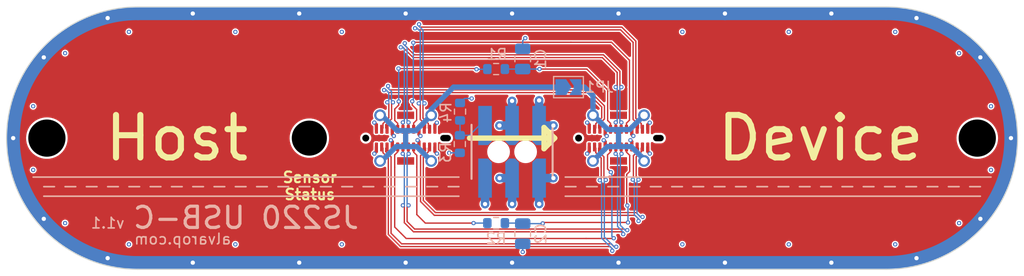
<source format=kicad_pcb>
(kicad_pcb (version 20211014) (generator pcbnew)
  (title_block (title "Joulescope JS220 USB-C") (date "2022-12-21") (rev "1.1") (company "Alvaro Prieto"))
  (layers (0 "F.Cu" signal) (1 "In1.Cu" signal) (2 "In2.Cu" signal) (31 "B.Cu" signal) (34 "B.Paste" user) (35 "F.Paste" user) (36 "B.SilkS" user "B.Silkscreen") (37 "F.SilkS" user "F.Silkscreen") (38 "B.Mask" user) (39 "F.Mask" user) (44 "Edge.Cuts" user))
  (net 0 "")
  (net 1 "/CH_GND")
  (net 2 "GND")
  (net 3 "/VBUS_SRC")
  (net 4 "/VBUS_DEV")
  (net 5 "/RX1+")
  (net 6 "/RX1-")
  (net 7 "/SBU2")
  (net 8 "/B_D-")
  (net 9 "/B_D+")
  (net 10 "/TX2-")
  (net 11 "/TX2+")
  (net 12 "/RX2+")
  (net 13 "/RX2-")
  (net 14 "/SBU1")
  (net 15 "/A_D-")
  (net 16 "/A_D+")
  (net 17 "/TX1-")
  (net 18 "/TX1+")
  (net 19 "/CC1_DEV")
  (net 20 "/CC2_DEV")
  (net 21 "/VBUS_DET")
  (net 22 "/CC1_SRC")
  (net 23 "/CC2_SRC")
  (net 24 "/SHLD_SRC")
  (net 25 "/SHLD_DEV")
  (footprint "Joulescope:MOUNTING_HOLE_3.3MM" (layer "F.Cu") (at 130.95 100)
    (fp_text reference "H3" hide)
    (fp_text value "MountingHole" hide)
  )
  (footprint "alvarop:TYPE-C-31-M-06" (layer "F.Cu") (at 160 100)
    (fp_text reference "J3" hide)
    (fp_text value "USB_C_Receptacle" hide)
  )
  (footprint "Joulescope:MOUNTING_HOLE_3.5_W_KO" (layer "F.Cu") (at 193.71 100)
    (fp_text reference "H2" hide)
    (fp_text value "MountingHole" hide)
  )
  (footprint "alvarop:TYPE-C-31-M-06" (layer "F.Cu") (at 140 100)
    (fp_text reference "J2" hide)
    (fp_text value "USB_C_Receptacle" hide)
  )
  (footprint "Joulescope:MOUNTING_HOLE_3.5_W_KO" (layer "F.Cu") (at 106.29 100)
    (fp_text reference "H1" hide)
    (fp_text value "MountingHole" hide)
  )
  (footprint "Joulescope:TINY_TP" (layer "F.Cu") (at 169.6 89.5)
    (fp_text reference "TP1" hide)
    (fp_text value "Chassis Ground" hide)
  )
  (footprint "Resistor_SMD:R_0603_1608Metric" (layer "B.Cu") (at 148.5 93.5)
    (fp_text reference "R1")
    (fp_text value "10")
  )
  (footprint "Joulescope:SAMTEC_TSM-103-01-S-DV-A" (layer "B.Cu") (at 150 101.29)
    (fp_text reference "J1" hide)
    (fp_text value "JS220" hide)
  )
  (footprint "Capacitor_SMD:C_0805_2012Metric" (layer "B.Cu") (at 151 92.55 90)
    (fp_text reference "C1")
    (fp_text value "10u")
  )
  (footprint "Capacitor_SMD:C_0805_2012Metric" (layer "B.Cu") (at 151 109 -90)
    (fp_text reference "C2")
    (fp_text value "10u")
  )
  (footprint "Resistor_SMD:R_0603_1608Metric" (layer "B.Cu") (at 145.09 100.56 90)
    (fp_text reference "R3")
    (fp_text value "0")
  )
  (footprint "Jumper:SolderJumper-2_P1.3mm_Open_TrianglePad1.0x1.5mm" (layer "B.Cu") (at 155.3 95.2)
    (fp_text reference "JP1")
    (fp_text value "SHLD_JMP")
  )
  (footprint "Resistor_SMD:R_0603_1608Metric" (layer "B.Cu") (at 145.11 97.51 90)
    (fp_text reference "R4")
    (fp_text value "DNP")
  )
  (footprint "Resistor_SMD:R_0603_1608Metric" (layer "B.Cu") (at 148.5 108)
    (fp_text reference "R2")
    (fp_text value "10")
  )
  (gr_line locked (start 163 104.57) (end 164 104.57) (layer "B.SilkS") (width 0.15))
  (gr_line locked (start 193 104.57) (end 194 104.57) (layer "B.SilkS") (width 0.15))
  (gr_line locked (start 116 104.57) (end 117 104.57) (layer "B.SilkS") (width 0.15))
  (gr_line locked (start 138 104.57) (end 139 104.57) (layer "B.SilkS") (width 0.15))
  (gr_line locked (start 136 104.57) (end 137 104.57) (layer "B.SilkS") (width 0.15))
  (gr_line locked (start 169 104.57) (end 170 104.57) (layer "B.SilkS") (width 0.15))
  (gr_line locked (start 159 104.57) (end 160 104.57) (layer "B.SilkS") (width 0.15))
  (gr_line locked (start 118 104.57) (end 119 104.57) (layer "B.SilkS") (width 0.15))
  (gr_line locked (start 167 104.57) (end 168 104.57) (layer "B.SilkS") (width 0.15))
  (gr_line locked (start 134 104.57) (end 135 104.57) (layer "B.SilkS") (width 0.15))
  (gr_line locked (start 161 104.57) (end 162 104.57) (layer "B.SilkS") (width 0.15))
  (gr_line locked (start 128 104.57) (end 129 104.57) (layer "B.SilkS") (width 0.15))
  (gr_line locked (start 106 104.57) (end 107 104.57) (layer "B.SilkS") (width 0.15))
  (gr_line locked (start 126 104.57) (end 127 104.57) (layer "B.SilkS") (width 0.15))
  (gr_line locked (start 189 104.57) (end 190 104.57) (layer "B.SilkS") (width 0.15))
  (gr_line locked (start 110 104.57) (end 111 104.57) (layer "B.SilkS") (width 0.15))
  (gr_line locked (start 108 104.57) (end 109 104.57) (layer "B.SilkS") (width 0.15))
  (gr_line locked (start 191 104.57) (end 192 104.57) (layer "B.SilkS") (width 0.15))
  (gr_line locked (start 165 104.57) (end 166 104.57) (layer "B.SilkS") (width 0.15))
  (gr_line locked (start 155 105.47) (end 194 105.47) (layer "B.SilkS") (width 0.15))
  (gr_line locked (start 122 104.57) (end 123 104.57) (layer "B.SilkS") (width 0.15))
  (gr_line locked (start 105 103.67) (end 145 103.67) (layer "B.SilkS") (width 0.15))
  (gr_line locked (start 120 104.57) (end 121 104.57) (layer "B.SilkS") (width 0.15))
  (gr_line locked (start 142 104.57) (end 143 104.57) (layer "B.SilkS") (width 0.15))
  (gr_line locked (start 173 104.57) (end 174 104.57) (layer "B.SilkS") (width 0.15))
  (gr_line locked (start 175 104.57) (end 176 104.57) (layer "B.SilkS") (width 0.15))
  (gr_line locked (start 179 104.57) (end 180 104.57) (layer "B.SilkS") (width 0.15))
  (gr_line locked (start 185 104.57) (end 186 104.57) (layer "B.SilkS") (width 0.15))
  (gr_line locked (start 155 104.57) (end 156 104.57) (layer "B.SilkS") (width 0.15))
  (gr_line locked (start 124 104.57) (end 125 104.57) (layer "B.SilkS") (width 0.15))
  (gr_line locked (start 181 104.57) (end 182 104.57) (layer "B.SilkS") (width 0.15))
  (gr_line locked (start 155 103.67) (end 195 103.67) (layer "B.SilkS") (width 0.15))
  (gr_line locked (start 114 104.57) (end 115 104.57) (layer "B.SilkS") (width 0.15))
  (gr_line locked (start 177 104.57) (end 178 104.57) (layer "B.SilkS") (width 0.15))
  (gr_line locked (start 140 104.57) (end 141 104.57) (layer "B.SilkS") (width 0.15))
  (gr_line locked (start 132 104.57) (end 133 104.57) (layer "B.SilkS") (width 0.15))
  (gr_line locked (start 112 104.57) (end 113 104.57) (layer "B.SilkS") (width 0.15))
  (gr_line locked (start 187 104.57) (end 188 104.57) (layer "B.SilkS") (width 0.15))
  (gr_line locked (start 183 104.57) (end 184 104.57) (layer "B.SilkS") (width 0.15))
  (gr_line locked (start 130 104.57) (end 131 104.57) (layer "B.SilkS") (width 0.15))
  (gr_line locked (start 171 104.57) (end 172 104.57) (layer "B.SilkS") (width 0.15))
  (gr_line locked (start 145 105.47) (end 106 105.47) (layer "B.SilkS") (width 0.15))
  (gr_line locked (start 144 104.57) (end 145 104.57) (layer "B.SilkS") (width 0.15))
  (gr_line locked (start 157 104.57) (end 158 104.57) (layer "B.SilkS") (width 0.15))
  (gr_line (start 154 100) (end 153 99) (layer "F.SilkS") (width 0.5))
  (gr_line (start 154 100) (end 153 101) (layer "F.SilkS") (width 0.5))
  (gr_line (start 146 100) (end 154 100) (layer "F.SilkS") (width 0.5))
  (gr_line (start 153.5 99.5) (end 153.5 100.5) (layer "F.SilkS") (width 0.5))
  (gr_line (start 153 99) (end 153 101) (layer "F.SilkS") (width 0.5))
  (gr_arc locked (start 185.15 87.65) (mid 197.5 100) (end 185.15 112.35) (layer "Edge.Cuts") (width 0.1))
  (gr_line locked (start 114.85 112.35) (end 185.15 112.35) (layer "Edge.Cuts") (width 0.1))
  (gr_arc locked (start 114.85 112.35) (mid 102.5 100) (end 114.85 87.65) (layer "Edge.Cuts") (width 0.1))
  (gr_line locked (start 185.15 87.65) (end 114.85 87.65) (layer "Edge.Cuts") (width 0.1))
  (gr_text "JS220 USB-C" (at 125 107.5) (layer "B.SilkS") (effects (font (size 2 2) (thickness 0.3)) (justify mirror)))
  (gr_text "alvarop.com" (at 119.05 109.5) (layer "B.SilkS") (effects (font (size 1 1)) (justify mirror)))
  (gr_text "v1.1" (at 112 108) (layer "B.SilkS") (effects (font (size 1 1)) (justify mirror)))
  (gr_text "Device" (at 179 100) (layer "F.SilkS") (effects (font (size 4 4) (thickness 0.571429))))
  (gr_text "Host" (at 118.5 100) (layer "F.SilkS") (effects (font (size 4 4) (thickness 0.571429))))
  (gr_text "Sensor\nStatus" (at 131 104.5) (layer "F.SilkS") (effects (font (size 1 1) (thickness 0.2))))
  (via locked (at 103.125 100) (size 0.8) (drill 0.4) (layers "F.Cu" "B.Cu") (net 1))
  (via locked (at 130 88.275) (size 0.8) (drill 0.4) (layers "F.Cu" "B.Cu") (net 1))
  (via locked (at 180 111.725) (size 0.8) (drill 0.4) (layers "F.Cu" "B.Cu") (net 1))
  (via locked (at 120 88.275) (size 0.8) (drill 0.4) (layers "F.Cu" "B.Cu") (net 1))
  (via locked (at 130 111.725) (size 0.8) (drill 0.4) (layers "F.Cu" "B.Cu") (net 1))
  (via locked (at 188 88.7) (size 0.8) (drill 0.4) (layers "F.Cu" "B.Cu") (net 1))
  (via locked (at 140 88.275) (size 0.8) (drill 0.4) (layers "F.Cu" "B.Cu") (net 1))
  (via locked (at 180 88.275) (size 0.8) (drill 0.4) (layers "F.Cu" "B.Cu") (net 1))
  (via locked (at 112 111.3) (size 0.8) (drill 0.4) (layers "F.Cu" "B.Cu") (net 1))
  (via locked (at 188 111.3) (size 0.8) (drill 0.4) (layers "F.Cu" "B.Cu") (net 1))
  (via locked (at 150 111.725) (size 0.8) (drill 0.4) (layers "F.Cu" "B.Cu") (net 1))
  (via locked (at 170 111.725) (size 0.8) (drill 0.4) (layers "F.Cu" "B.Cu") (net 1))
  (via locked (at 194 92.4) (size 0.8) (drill 0.4) (layers "F.Cu" "B.Cu") (net 1))
  (via locked (at 160 111.725) (size 0.8) (drill 0.4) (layers "F.Cu" "B.Cu") (net 1))
  (via locked (at 196.875 100) (size 0.8) (drill 0.4) (layers "F.Cu" "B.Cu") (net 1))
  (via locked (at 150 88.275) (size 0.8) (drill 0.4) (layers "F.Cu" "B.Cu") (net 1))
  (via locked (at 112 88.7) (size 0.8) (drill 0.4) (layers "F.Cu" "B.Cu") (net 1))
  (via locked (at 120 111.725) (size 0.8) (drill 0.4) (layers "F.Cu" "B.Cu") (net 1))
  (via locked (at 160 88.275) (size 0.8) (drill 0.4) (layers "F.Cu" "B.Cu") (net 1))
  (via locked (at 106 107.6) (size 0.8) (drill 0.4) (layers "F.Cu" "B.Cu") (net 1))
  (via locked (at 194 107.6) (size 0.8) (drill 0.4) (layers "F.Cu" "B.Cu") (net 1))
  (via locked (at 170 88.275) (size 0.8) (drill 0.4) (layers "F.Cu" "B.Cu") (net 1))
  (via locked (at 106 92.4) (size 0.8) (drill 0.4) (layers "F.Cu" "B.Cu") (net 1))
  (via locked (at 140 111.725) (size 0.8) (drill 0.4) (layers "F.Cu" "B.Cu") (net 1))
  (segment locked (start 120 111.725) (end 114.85 111.725) (width 1.24) (layer "B.Cu") (net 1))
  (segment locked (start 130 88.275) (end 120 88.275) (width 1.24) (layer "B.Cu") (net 1))
  (segment locked (start 160 111.725) (end 140 111.725) (width 1.24) (layer "B.Cu") (net 1))
  (segment locked (start 120 88.275) (end 114.85 88.275) (width 1.24) (layer "B.Cu") (net 1))
  (segment locked (start 170 111.725) (end 160 111.725) (width 1.24) (layer "B.Cu") (net 1))
  (segment locked (start 140 88.275) (end 130 88.275) (width 1.24) (layer "B.Cu") (net 1))
  (segment locked (start 140 111.725) (end 130 111.725) (width 1.24) (layer "B.Cu") (net 1))
  (segment locked (start 180 111.725) (end 170 111.725) (width 1.24) (layer "B.Cu") (net 1))
  (segment locked (start 180 88.275) (end 170 88.275) (width 1.24) (layer "B.Cu") (net 1))
  (segment locked (start 185.15 111.725) (end 180 111.725) (width 1.24) (layer "B.Cu") (net 1))
  (segment locked (start 170 88.275) (end 160 88.275) (width 1.24) (layer "B.Cu") (net 1))
  (segment locked (start 185.15 88.275) (end 180 88.275) (width 1.24) (layer "B.Cu") (net 1))
  (segment locked (start 160 88.275) (end 140 88.275) (width 1.24) (layer "B.Cu") (net 1))
  (segment locked (start 130 111.725) (end 120 111.725) (width 1.24) (layer "B.Cu") (net 1))
  (arc locked (start 185.15 88.275) (mid 196.875 100) (end 185.15 111.725) (width 1.24) (layer "B.Cu") (net 1))
  (arc locked (start 114.85 111.725) (mid 103.125 100) (end 114.85 88.275) (width 1.24) (layer "B.Cu") (net 1))
  (segment (start 157.25 98.730775) (end 157.058276 98.539051) (width 0.3) (layer "F.Cu") (net 2))
  (segment (start 142.75 98.728123) (end 142.930056 98.548067) (width 0.3) (layer "F.Cu") (net 2))
  (segment (start 157.25 101.269225) (end 157.058276 101.460949) (width 0.3) (layer "F.Cu") (net 2))
  (segment (start 137.25 99.165) (end 137.25 98.730775) (width 0.3) (layer "F.Cu") (net 2))
  (segment (start 142.75 101.27051) (end 142.935902 101.456412) (width 0.3) (layer "F.Cu") (net 2))
  (segment (start 137.25 100.835) (end 137.25 101.269225) (width 0.3) (layer "F.Cu") (net 2))
  (segment (start 162.75 101.27051) (end 162.935902 101.456412) (width 0.3) (layer "F.Cu") (net 2))
  (segment (start 142.75 99.165) (end 142.75 98.728123) (width 0.3) (layer "F.Cu") (net 2))
  (segment (start 157.25 100.835) (end 157.25 101.269225) (width 0.3) (layer "F.Cu") (net 2))
  (segment (start 162.75 99.165) (end 162.75 98.728123) (width 0.3) (layer "F.Cu") (net 2))
  (segment (start 162.75 98.728123) (end 162.930056 98.548067) (width 0.3) (layer "F.Cu") (net 2))
  (segment (start 142.75 100.835) (end 142.75 101.27051) (width 0.3) (layer "F.Cu") (net 2))
  (segment (start 157.25 99.165) (end 157.25 98.730775) (width 0.3) (layer "F.Cu") (net 2))
  (segment (start 137.25 98.730775) (end 137.058276 98.539051) (width 0.3) (layer "F.Cu") (net 2))
  (segment (start 162.75 100.835) (end 162.75 101.27051) (width 0.3) (layer "F.Cu") (net 2))
  (segment (start 137.25 101.269225) (end 137.058276 101.460949) (width 0.3) (layer "F.Cu") (net 2))
  (via (at 192 108) (size 0.4) (drill 0.2) (layers "F.Cu" "B.Cu") (net 2))
  (via (at 157.058276 98.539051) (size 0.4) (drill 0.2) (layers "F.Cu" "B.Cu") (net 2))
  (via (at 114 110) (size 0.4) (drill 0.2) (layers "F.Cu" "B.Cu") (net 2))
  (via (at 195 103) (size 0.4) (drill 0.2) (layers "F.Cu" "B.Cu") (net 2))
  (via (at 176 90) (size 0.4) (drill 0.2) (layers "F.Cu" "B.Cu") (net 2))
  (via (at 124 110) (size 0.4) (drill 0.2) (layers "F.Cu" "B.Cu") (net 2))
  (via (at 192 92) (size 0.4) (drill 0.2) (layers "F.Cu" "B.Cu") (net 2))
  (via (at 105 97) (size 0.4) (drill 0.2) (layers "F.Cu" "B.Cu") (net 2))
  (via (at 142.930056 98.548067) (size 0.4) (drill 0.2) (layers "F.Cu" "B.Cu") (net 2))
  (via (at 146.2 96.27) (size 0.4) (drill 0.2) (layers "F.Cu" "B.Cu") (net 2))
  (via (at 195 97) (size 0.4) (drill 0.2) (layers "F.Cu" "B.Cu") (net 2))
  (via (at 114 90) (size 0.4) (drill 0.2) (layers "F.Cu" "B.Cu") (net 2))
  (via (at 142.935902 101.456412) (size 0.4) (drill 0.2) (layers "F.Cu" "B.Cu") (net 2))
  (via (at 186 90) (size 0.4) (drill 0.2) (layers "F.Cu" "B.Cu") (net 2))
  (via (at 162.930056 98.548067) (size 0.4) (drill 0.2) (layers "F.Cu" "B.Cu") (net 2))
  (via (at 151.24 90.59) (size 0.4) (drill 0.2) (layers "F.Cu" "B.Cu") (net 2))
  (via (at 108 108) (size 0.4) (drill 0.2) (layers "F.Cu" "B.Cu") (net 2))
  (via (at 147.46 106.21) (size 0.8) (drill 0.4) (layers "F.Cu" "B.Cu") (net 2))
  (via (at 108 92) (size 0.4) (drill 0.2) (layers "F.Cu" "B.Cu") (net 2))
  (via (at 105 103) (size 0.4) (drill 0.2) (layers "F.Cu" "B.Cu") (net 2))
  (via (at 176 110) (size 0.4) (drill 0.2) (layers "F.Cu" "B.Cu") (net 2))
  (via (at 134 110) (size 0.4) (drill 0.2) (layers "F.Cu" "B.Cu") (net 2))
  (via (at 137.058276 101.460949) (size 0.4) (drill 0.2) (layers "F.Cu" "B.Cu") (net 2))
  (via (at 134 90) (size 0.4) (drill 0.2) (layers "F.Cu" "B.Cu") (net 2))
  (via (at 124 90) (size 0.4) (drill 0.2) (layers "F.Cu" "B.Cu") (net 2))
  (via (at 137.058276 98.539051) (size 0.4) (drill 0.2) (layers "F.Cu" "B.Cu") (net 2))
  (via (at 186 110) (size 0.4) (drill 0.2) (layers "F.Cu" "B.Cu") (net 2))
  (via (at 166 90) (size 0.4) (drill 0.2) (layers "F.Cu" "B.Cu") (net 2))
  (via (at 162.935902 101.456412) (size 0.4) (drill 0.2) (layers "F.Cu" "B.Cu") (net 2))
  (via (at 157.058276 101.460949) (size 0.4) (drill 0.2) (layers "F.Cu" "B.Cu") (net 2))
  (via (at 166 110) (size 0.4) (drill 0.2) (layers "F.Cu" "B.Cu") (net 2))
  (via (at 151 110.72) (size 0.4) (drill 0.2) (layers "F.Cu" "B.Cu") (net 2))
  (segment (start 145.11 96.685) (end 145.525 96.27) (width 0.127) (layer "B.Cu") (net 2))
  (segment (start 147.46 103.765) (end 147.46 106.21) (width 0.8) (layer "B.Cu") (net 2))
  (segment (start 151 90.83) (end 151.24 90.59) (width 0.127) (layer "B.Cu") (net 2))
  (segment (start 151 91.6) (end 151 90.83) (width 0.127) (layer "B.Cu") (net 2))
  (segment (start 145.525 96.27) (end 146.2 96.27) (width 0.127) (layer "B.Cu") (net 2))
  (segment (start 151 109.95) (end 151 110.72) (width 0.127) (layer "B.Cu") (net 2))
  (segment (start 138.75 100.342192) (end 138.608904 100.201096) (width 0.3) (layer "F.Cu") (net 3))
  (segment (start 141.25 99.657805) (end 141.390069 99.797874) (width 0.3) (layer "F.Cu") (net 3))
  (segment (start 138.75 99.165) (end 138.75 99.657808) (width 0.3) (layer "F.Cu") (net 3))
  (segment (start 141.25 100.33) (end 141.12 100.2) (width 0.3) (layer "F.Cu") (net 3))
  (segment (start 138.75 100.835) (end 138.75 100.342192) (width 0.3) (layer "F.Cu") (net 3))
  (segment (start 141.25 99.165) (end 141.25 99.657805) (width 0.3) (layer "F.Cu") (net 3))
  (segment (start 141.25 100.835) (end 141.25 100.33) (width 0.3) (layer "F.Cu") (net 3))
  (segment (start 138.75 99.657808) (end 138.891096 99.798904) (width 0.3) (layer "F.Cu") (net 3))
  (via (at 138.891096 99.798904) (size 0.4) (drill 0.2) (layers "F.Cu" "B.Cu") (net 3))
  (via (at 152.54 96.45) (size 0.8) (drill 0.4) (layers "F.Cu" "B.Cu") (net 3))
  (via (at 153.885 103.765) (size 0.8) (drill 0.4) (layers "F.Cu" "B.Cu") (net 3))
  (via (at 141.390069 99.797874) (size 0.4) (drill 0.2) (layers "F.Cu" "B.Cu") (net 3))
  (via (at 141.12 100.2) (size 0.4) (drill 0.2) (layers "F.Cu" "B.Cu") (net 3))
  (via (at 152.55 106.2) (size 0.8) (drill 0.4) (layers "F.Cu" "B.Cu") (net 3))
  (via (at 153.885 98.815) (size 0.8) (drill 0.4) (layers "F.Cu" "B.Cu") (net 3))
  (via (at 144.09 101.39) (size 0.4) (drill 0.2) (layers "F.Cu" "B.Cu") (net 3))
  (via (at 138.608904 100.201096) (size 0.4) (drill 0.2) (layers "F.Cu" "B.Cu") (net 3))
  (segment (start 144.095 101.385) (end 144.09 101.39) (width 0.127) (layer "B.Cu") (net 3))
  (segment (start 145.09 101.385) (end 144.095 101.385) (width 0.127) (layer "B.Cu") (net 3))
  (segment (start 152.54 98.815) (end 153.885 98.815) (width 0.8) (layer "B.Cu") (net 3))
  (segment (start 152.54 103.765) (end 152.54 106.19) (width 0.8) (layer "B.Cu") (net 3))
  (segment (start 152.54 106.19) (end 152.55 106.2) (width 0.8) (layer "B.Cu") (net 3))
  (segment (start 152.54 98.815) (end 152.54 96.45) (width 0.8) (layer "B.Cu") (net 3))
  (segment (start 152.54 103.765) (end 153.885 103.765) (width 0.8) (layer "B.Cu") (net 3))
  (segment (start 161.25 100.33) (end 161.12 100.2) (width 0.3) (layer "F.Cu") (net 4))
  (segment (start 158.75 100.342192) (end 158.608904 100.201096) (width 0.3) (layer "F.Cu") (net 4))
  (segment (start 161.25 99.657805) (end 161.390069 99.797874) (width 0.3) (layer "F.Cu") (net 4))
  (segment (start 161.25 99.165) (end 161.25 99.657805) (width 0.3) (layer "F.Cu") (net 4))
  (segment (start 158.75 99.165) (end 158.75 99.657808) (width 0.3) (layer "F.Cu") (net 4))
  (segment (start 158.75 99.657808) (end 158.891096 99.798904) (width 0.3) (layer "F.Cu") (net 4))
  (segment (start 161.25 100.835) (end 161.25 100.33) (width 0.3) (layer "F.Cu") (net 4))
  (segment (start 158.75 100.835) (end 158.75 100.342192) (width 0.3) (layer "F.Cu") (net 4))
  (via (at 150 96.5) (size 0.8) (drill 0.4) (layers "F.Cu" "B.Cu") (net 4))
  (via (at 161.12 100.2) (size 0.4) (drill 0.2) (layers "F.Cu" "B.Cu") (net 4))
  (via (at 150 106.2) (size 0.8) (drill 0.4) (layers "F.Cu" "B.Cu") (net 4))
  (via (at 161.390069 99.797874) (size 0.4) (drill 0.2) (layers "F.Cu" "B.Cu") (net 4))
  (via (at 148.815 98.815) (size 0.8) (drill 0.4) (layers "F.Cu" "B.Cu") (net 4))
  (via (at 158.891096 99.798904) (size 0.4) (drill 0.2) (layers "F.Cu" "B.Cu") (net 4))
  (via (at 148.825 103.765) (size 0.8) (drill 0.4) (layers "F.Cu" "B.Cu") (net 4))
  (via (at 158.608904 100.201096) (size 0.4) (drill 0.2) (layers "F.Cu" "B.Cu") (net 4))
  (segment (start 150 98.815) (end 150 96.5) (width 0.8) (layer "B.Cu") (net 4))
  (segment (start 150 103.765) (end 148.825 103.765) (width 0.8) (layer "B.Cu") (net 4))
  (segment (start 150 98.815) (end 148.815 98.815) (width 0.8) (layer "B.Cu") (net 4))
  (segment (start 150 103.765) (end 150 106.2) (width 0.8) (layer "B.Cu") (net 4))
  (segment (start 137.87085 100.95585) (end 137.87085 101.373496) (width 0.127) (layer "F.Cu") (net 5))
  (segment (start 139.516504 110.20915) (end 159.206504 110.20915) (width 0.127) (layer "F.Cu") (net 5))
  (segment (start 138.37085 101.873496) (end 138.37085 109.063496) (width 0.127) (layer "F.Cu") (net 5))
  (segment (start 159.412157 110.414803) (end 159.412157 110.607843) (width 0.127) (layer "F.Cu") (net 5))
  (segment (start 157.87085 100.95585) (end 157.87085 101.373496) (width 0.127) (layer "F.Cu") (net 5))
  (segment (start 137.75 100.835) (end 137.87085 100.95585) (width 0.127) (layer "F.Cu") (net 5))
  (segment (start 158.37085 101.873496) (end 158.37085 103.836403) (width 0.127) (layer "F.Cu") (net 5))
  (segment (start 157.75 100.835) (end 157.87085 100.95585) (width 0.127) (layer "F.Cu") (net 5))
  (segment (start 138.37085 109.063496) (end 139.516504 110.20915) (width 0.127) (layer "F.Cu") (net 5))
  (segment (start 158.37085 103.836403) (end 158.241806 103.965447) (width 0.127) (layer "F.Cu") (net 5))
  (segment (start 137.87085 101.373496) (end 138.37085 101.873496) (width 0.127) (layer "F.Cu") (net 5))
  (segment (start 159.206504 110.20915) (end 159.412157 110.414803) (width 0.127) (layer "F.Cu") (net 5))
  (segment (start 157.87085 101.373496) (end 158.37085 101.873496) (width 0.127) (layer "F.Cu") (net 5))
  (via (at 158.241806 103.965447) (size 0.4) (drill 0.2) (layers "F.Cu" "B.Cu") (net 5))
  (via (at 159.412157 110.607843) (size 0.4) (drill 0.2) (layers "F.Cu" "B.Cu") (net 5))
  (segment (start 158.41085 109.413496) (end 158.41085 104.134491) (width 0.127) (layer "B.Cu") (net 5))
  (segment (start 159.412157 110.607843) (end 159.412157 110.414803) (width 0.127) (layer "B.Cu") (net 5))
  (segment (start 159.412157 110.414803) (end 158.41085 109.413496) (width 0.127) (layer "B.Cu") (net 5))
  (segment (start 158.41085 104.134491) (end 158.241806 103.965447) (width 0.127) (layer "B.Cu") (net 5))
  (segment (start 138.62915 108.956504) (end 139.623496 109.95085) (width 0.127) (layer "F.Cu") (net 6))
  (segment (start 138.25 100.835) (end 138.12915 100.95585) (width 0.127) (layer "F.Cu") (net 6))
  (segment (start 139.623496 109.95085) (end 159.313496 109.95085) (width 0.127) (layer "F.Cu") (net 6))
  (segment (start 158.12915 100.95585) (end 158.12915 101.266504) (width 0.127) (layer "F.Cu") (net 6))
  (segment (start 158.62915 103.7635) (end 158.80565 103.94) (width 0.127) (layer "F.Cu") (net 6))
  (segment (start 159.594803 110.232157) (end 159.787843 110.232157) (width 0.127) (layer "F.Cu") (net 6))
  (segment (start 158.62915 101.766504) (end 158.62915 103.7635) (width 0.127) (layer "F.Cu") (net 6))
  (segment (start 158.25 100.835) (end 158.12915 100.95585) (width 0.127) (layer "F.Cu") (net 6))
  (segment (start 138.12915 100.95585) (end 138.12915 101.266504) (width 0.127) (layer "F.Cu") (net 6))
  (segment (start 138.62915 101.766504) (end 138.62915 108.956504) (width 0.127) (layer "F.Cu") (net 6))
  (segment (start 138.12915 101.266504) (end 138.62915 101.766504) (width 0.127) (layer "F.Cu") (net 6))
  (segment (start 158.12915 101.266504) (end 158.62915 101.766504) (width 0.127) (layer "F.Cu") (net 6))
  (segment (start 159.313496 109.95085) (end 159.594803 110.232157) (width 0.127) (layer "F.Cu") (net 6))
  (via (at 158.80565 103.94) (size 0.4) (drill 0.2) (layers "F.Cu" "B.Cu") (net 6))
  (via (at 159.787843 110.232157) (size 0.4) (drill 0.2) (layers "F.Cu" "B.Cu") (net 6))
  (segment (start 158.66915 109.306504) (end 158.66915 104.0765) (width 0.127) (layer "B.Cu") (net 6))
  (segment (start 158.66915 104.0765) (end 158.80565 103.94) (width 0.127) (layer "B.Cu") (net 6))
  (segment (start 159.787843 110.232157) (end 159.594803 110.232157) (width 0.127) (layer "B.Cu") (net 6))
  (segment (start 159.594803 110.232157) (end 158.66915 109.306504) (width 0.127) (layer "B.Cu") (net 6))
  (segment (start 138.97 101.58) (end 138.97 102.75) (width 0.127) (layer "F.Cu") (net 7))
  (segment (start 156.96 109.45) (end 159.52 109.45) (width 0.127) (layer "F.Cu") (net 7))
  (segment (start 159.28 103.21) (end 158.97 102.9) (width 0.127) (layer "F.Cu") (net 7))
  (segment (start 138.97 108.37) (end 139.58 108.98) (width 0.127) (layer "F.Cu") (net 7))
  (segment (start 140.05 109.45) (end 156.96 109.45) (width 0.127) (layer "F.Cu") (net 7))
  (segment (start 139.25 100.835) (end 139.25 101.3) (width 0.127) (layer "F.Cu") (net 7))
  (segment (start 158.97 102.9) (end 158.97 101.58) (width 0.127) (layer "F.Cu") (net 7))
  (segment (start 159.52 109.45) (end 159.55 109.42) (width 0.127) (layer "F.Cu") (net 7))
  (segment (start 159.25 101.3) (end 159.25 100.835) (width 0.127) (layer "F.Cu") (net 7))
  (segment (start 158.97 101.58) (end 159.25 101.3) (width 0.127) (layer "F.Cu") (net 7))
  (segment (start 139.25 101.3) (end 138.97 101.58) (width 0.127) (layer "F.Cu") (net 7))
  (segment (start 138.97 102.75) (end 138.97 108.37) (width 0.127) (layer "F.Cu") (net 7))
  (segment (start 139.58 108.98) (end 140.05 109.45) (width 0.127) (layer "F.Cu") (net 7))
  (via (at 159.28 103.21) (size 0.4) (drill 0.2) (layers "F.Cu" "B.Cu") (net 7))
  (via (at 159.55 109.42) (size 0.4) (drill 0.2) (layers "F.Cu" "B.Cu") (net 7))
  (segment (start 159.38 104.99) (end 159.38 103.31) (width 0.127) (layer "B.Cu") (net 7))
  (segment (start 159.38 109.25) (end 159.38 104.99) (width 0.127) (layer "B.Cu") (net 7))
  (segment (start 159.55 109.42) (end 159.38 109.25) (width 0.127) (layer "B.Cu") (net 7))
  (segment (start 159.38 103.31) (end 159.28 103.21) (width 0.127) (layer "B.Cu") (net 7))
  (segment (start 160.416504 108.81915) (end 160.442157 108.844803) (width 0.127) (layer "F.Cu") (net 8))
  (segment (start 160.442157 108.844803) (end 160.442157 109.037843) (width 0.127) (layer "F.Cu") (net 8))
  (segment (start 139.877599 106.4665) (end 139.877599 107.960245) (width 0.127) (layer "F.Cu") (net 8))
  (segment (start 139.741099 106.33) (end 139.877599 106.4665) (width 0.127) (layer "F.Cu") (net 8))
  (segment (start 159.75 100.835) (end 159.75 101.45) (width 0.127) (layer "F.Cu") (net 8))
  (segment (start 139.75 101.45) (end 139.73 101.47) (width 0.127) (layer "F.Cu") (net 8))
  (segment (start 139.877599 107.960245) (end 140.736504 108.81915) (width 0.127) (layer "F.Cu") (net 8))
  (segment (start 139.75 100.835) (end 139.75 101.45) (width 0.127) (layer "F.Cu") (net 8))
  (segment (start 159.75 101.45) (end 159.73 101.47) (width 0.127) (layer "F.Cu") (net 8))
  (segment (start 140.736504 108.81915) (end 160.416504 108.81915) (width 0.127) (layer "F.Cu") (net 8))
  (via (at 160.442157 109.037843) (size 0.4) (drill 0.2) (layers "F.Cu" "B.Cu") (net 8))
  (via (at 159.73 101.47) (size 0.4) (drill 0.2) (layers "F.Cu" "B.Cu") (net 8))
  (via (at 139.741099 106.33) (size 0.4) (drill 0.2) (layers "F.Cu" "B.Cu") (net 8))
  (via (at 139.73 101.47) (size 0.4) (drill 0.2) (layers "F.Cu" "B.Cu") (net 8))
  (segment (start 139.877599 101.617599) (end 139.877599 106.1935) (width 0.127) (layer "B.Cu") (net 8))
  (segment (start 139.73 101.47) (end 139.877599 101.617599) (width 0.127) (layer "B.Cu") (net 8))
  (segment (start 160.442157 108.844803) (end 160.442157 109.037843) (width 0.127) (layer "B.Cu") (net 8))
  (segment (start 139.877599 106.1935) (end 139.741099 106.33) (width 0.127) (layer "B.Cu") (net 8))
  (segment (start 159.91085 101.65085) (end 159.91085 108.313496) (width 0.127) (layer "B.Cu") (net 8))
  (segment (start 159.73 101.47) (end 159.91085 101.65085) (width 0.127) (layer "B.Cu") (net 8))
  (segment (start 159.91085 108.313496) (end 160.442157 108.844803) (width 0.127) (layer "B.Cu") (net 8))
  (segment (start 160.624803 108.662157) (end 160.817843 108.662157) (width 0.127) (layer "F.Cu") (net 9))
  (segment (start 160.25 100.835) (end 160.25 101.443498) (width 0.127) (layer "F.Cu") (net 9))
  (segment (start 140.25 100.835) (end 140.25 101.443498) (width 0.127) (layer "F.Cu") (net 9))
  (segment (start 140.135899 106.4665) (end 140.135899 107.853253) (width 0.127) (layer "F.Cu") (net 9))
  (segment (start 140.272399 106.33) (end 140.135899 106.4665) (width 0.127) (layer "F.Cu") (net 9))
  (segment (start 160.25 101.443498) (end 160.28 101.473498) (width 0.127) (layer "F.Cu") (net 9))
  (segment (start 160.523496 108.56085) (end 160.624803 108.662157) (width 0.127) (layer "F.Cu") (net 9))
  (segment (start 140.135899 107.853253) (end 140.843496 108.56085) (width 0.127) (layer "F.Cu") (net 9))
  (segment (start 140.25 101.443498) (end 140.28 101.473498) (width 0.127) (layer "F.Cu") (net 9))
  (segment (start 140.843496 108.56085) (end 160.523496 108.56085) (width 0.127) (layer "F.Cu") (net 9))
  (via (at 140.28 101.473498) (size 0.4) (drill 0.2) (layers "F.Cu" "B.Cu") (net 9))
  (via (at 160.28 101.473498) (size 0.4) (drill 0.2) (layers "F.Cu" "B.Cu") (net 9))
  (via (at 160.817843 108.662157) (size 0.4) (drill 0.2) (layers "F.Cu" "B.Cu") (net 9))
  (via (at 140.272399 106.33) (size 0.4) (drill 0.2) (layers "F.Cu" "B.Cu") (net 9))
  (segment (start 160.16915 108.206504) (end 160.624803 108.662157) (width 0.127) (layer "B.Cu") (net 9))
  (segment (start 160.16915 101.584348) (end 160.16915 108.206504) (width 0.127) (layer "B.Cu") (net 9))
  (segment (start 140.28 101.473498) (end 140.135899 101.617599) (width 0.127) (layer "B.Cu") (net 9))
  (segment (start 140.135899 106.1935) (end 140.272399 106.33) (width 0.127) (layer "B.Cu") (net 9))
  (segment (start 160.28 101.473498) (end 160.16915 101.584348) (width 0.127) (layer "B.Cu") (net 9))
  (segment (start 140.135899 101.617599) (end 140.135899 106.1935) (width 0.127) (layer "B.Cu") (net 9))
  (segment (start 160.624803 108.662157) (end 160.817843 108.662157) (width 0.127) (layer "B.Cu") (net 9))
  (segment (start 161.87085 101.185011) (end 161.40085 101.655011) (width 0.127) (layer "F.Cu") (net 10))
  (segment (start 141.40085 105.973496) (end 142.696504 107.26915) (width 0.127) (layer "F.Cu") (net 10))
  (segment (start 141.75 100.835) (end 141.87085 100.95585) (width 0.127) (layer "F.Cu") (net 10))
  (segment (start 141.40085 101.655011) (end 141.40085 105.973496) (width 0.127) (layer "F.Cu") (net 10))
  (segment (start 161.87085 100.95585) (end 161.87085 101.185011) (width 0.127) (layer "F.Cu") (net 10))
  (segment (start 161.882157 107.604803) (end 161.882157 107.797843) (width 0.127) (layer "F.Cu") (net 10))
  (segment (start 141.87085 100.95585) (end 141.87085 101.185011) (width 0.127) (layer "F.Cu") (net 10))
  (segment (start 161.546504 107.26915) (end 161.882157 107.604803) (width 0.127) (layer "F.Cu") (net 10))
  (segment (start 161.75 100.835) (end 161.87085 100.95585) (width 0.127) (layer "F.Cu") (net 10))
  (segment (start 161.40085 101.655011) (end 161.40085 103.8535) (width 0.127) (layer "F.Cu") (net 10))
  (segment (start 141.87085 101.185011) (end 141.40085 101.655011) (width 0.127) (layer "F.Cu") (net 10))
  (segment (start 142.696504 107.26915) (end 161.546504 107.26915) (width 0.127) (layer "F.Cu") (net 10))
  (segment (start 161.40085 103.8535) (end 161.34435 103.91) (width 0.127) (layer "F.Cu") (net 10))
  (via (at 161.34435 103.91) (size 0.4) (drill 0.2) (layers "F.Cu" "B.Cu") (net 10))
  (via (at 161.882157 107.797843) (size 0.4) (drill 0.2) (layers "F.Cu" "B.Cu") (net 10))
  (segment (start 161.48085 104.0465) (end 161.34435 103.91) (width 0.127) (layer "B.Cu") (net 10))
  (segment (start 161.882157 107.797843) (end 161.882157 107.604803) (width 0.127) (layer "B.Cu") (net 10))
  (segment (start 161.882157 107.604803) (end 161.48085 107.203496) (width 0.127) (layer "B.Cu") (net 10))
  (segment (start 161.48085 107.203496) (end 161.48085 104.0465) (width 0.127) (layer "B.Cu") (net 10))
  (segment (start 142.803496 107.01085) (end 161.653496 107.01085) (width 0.127) (layer "F.Cu") (net 11))
  (segment (start 162.064803 107.422157) (end 162.257843 107.422157) (width 0.127) (layer "F.Cu") (net 11))
  (segment (start 162.12915 100.95585) (end 162.12915 101.292003) (width 0.127) (layer "F.Cu") (net 11))
  (segment (start 142.12915 100.95585) (end 142.12915 101.292003) (width 0.127) (layer "F.Cu") (net 11))
  (segment (start 162.12915 101.292003) (end 161.65915 101.762003) (width 0.127) (layer "F.Cu") (net 11))
  (segment (start 161.87565 103.86565) (end 161.87565 103.91) (width 0.127) (layer "F.Cu") (net 11))
  (segment (start 141.65915 105.866504) (end 142.803496 107.01085) (width 0.127) (layer "F.Cu") (net 11))
  (segment (start 142.12915 101.292003) (end 141.65915 101.762003) (width 0.127) (layer "F.Cu") (net 11))
  (segment (start 142.25 100.835) (end 142.12915 100.95585) (width 0.127) (layer "F.Cu") (net 11))
  (segment (start 141.65915 101.762003) (end 141.65915 105.866504) (width 0.127) (layer "F.Cu") (net 11))
  (segment (start 161.653496 107.01085) (end 162.064803 107.422157) (width 0.127) (layer "F.Cu") (net 11))
  (segment (start 162.25 100.835) (end 162.12915 100.95585) (width 0.127) (layer "F.Cu") (net 11))
  (segment (start 161.65915 103.64915) (end 161.87565 103.86565) (width 0.127) (layer "F.Cu") (net 11))
  (segment (start 161.65915 101.762003) (end 161.65915 103.64915) (width 0.127) (layer "F.Cu") (net 11))
  (via (at 162.257843 107.422157) (size 0.4) (drill 0.2) (layers "F.Cu" "B.Cu") (net 11))
  (via (at 161.87565 103.91) (size 0.4) (drill 0.2) (layers "F.Cu" "B.Cu") (net 11))
  (segment (start 162.064803 107.422157) (end 161.73915 107.096504) (width 0.127) (layer "B.Cu") (net 11))
  (segment (start 161.73915 107.096504) (end 161.73915 104.0465) (width 0.127) (layer "B.Cu") (net 11))
  (segment (start 161.73915 104.0465) (end 161.87565 103.91) (width 0.127) (layer "B.Cu") (net 11))
  (segment (start 162.257843 107.422157) (end 162.064803 107.422157) (width 0.127) (layer "B.Cu") (net 11))
  (segment (start 162.12915 99.04415) (end 162.12915 98.626504) (width 0.127) (layer "F.Cu") (net 12))
  (segment (start 141.62915 98.126504) (end 141.62915 96.8665) (width 0.127) (layer "F.Cu") (net 12))
  (segment (start 142.12915 98.626504) (end 141.62915 98.126504) (width 0.127) (layer "F.Cu") (net 12))
  (segment (start 141.62915 96.8665) (end 141.76565 96.73) (width 0.127) (layer "F.Cu") (net 12))
  (segment (start 142.12915 99.04415) (end 142.12915 98.626504) (width 0.127) (layer "F.Cu") (net 12))
  (segment (start 161.62915 98.126504) (end 161.62915 90.876504) (width 0.127) (layer "F.Cu") (net 12))
  (segment (start 141.333496 89.55085) (end 141.257843 89.475197) (width 0.127) (layer "F.Cu") (net 12))
  (segment (start 161.62915 90.876504) (end 160.303496 89.55085) (width 0.127) (layer "F.Cu") (net 12))
  (segment (start 162.25 99.165) (end 162.12915 99.04415) (width 0.127) (layer "F.Cu") (net 12))
  (segment (start 160.303496 89.55085) (end 141.333496 89.55085) (width 0.127) (layer "F.Cu") (net 12))
  (segment (start 141.257843 89.475197) (end 141.257843 89.282157) (width 0.127) (layer "F.Cu") (net 12))
  (segment (start 162.12915 98.626504) (end 161.62915 98.126504) (width 0.127) (layer "F.Cu") (net 12))
  (segment (start 142.25 99.165) (end 142.12915 99.04415) (width 0.127) (layer "F.Cu") (net 12))
  (via (at 141.76565 96.73) (size 0.4) (drill 0.2) (layers "F.Cu" "B.Cu") (net 12))
  (via (at 141.257843 89.282157) (size 0.4) (drill 0.2) (layers "F.Cu" "B.Cu") (net 12))
  (segment (start 141.62915 96.5935) (end 141.76565 96.73) (width 0.127) (layer "B.Cu") (net 12))
  (segment (start 141.62915 89.846504) (end 141.62915 96.5935) (width 0.127) (layer "B.Cu") (net 12))
  (segment (start 141.257843 89.475197) (end 141.62915 89.846504) (width 0.127) (layer "B.Cu") (net 12))
  (segment (start 141.257843 89.282157) (end 141.257843 89.475197) (width 0.127) (layer "B.Cu") (net 12))
  (segment (start 141.87085 99.04415) (end 141.87085 98.733496) (width 0.127) (layer "F.Cu") (net 13))
  (segment (start 141.075197 89.657843) (end 140.882157 89.657843) (width 0.127) (layer "F.Cu") (net 13))
  (segment (start 141.75 99.165) (end 141.87085 99.04415) (width 0.127) (layer "F.Cu") (net 13))
  (segment (start 141.37085 98.233496) (end 141.37085 96.8665) (width 0.127) (layer "F.Cu") (net 13))
  (segment (start 161.75 99.165) (end 161.87085 99.04415) (width 0.127) (layer "F.Cu") (net 13))
  (segment (start 161.37085 90.983496) (end 160.196504 89.80915) (width 0.127) (layer "F.Cu") (net 13))
  (segment (start 160.196504 89.80915) (end 141.226504 89.80915) (width 0.127) (layer "F.Cu") (net 13))
  (segment (start 141.226504 89.80915) (end 141.075197 89.657843) (width 0.127) (layer "F.Cu") (net 13))
  (segment (start 161.87085 98.733496) (end 161.37085 98.233496) (width 0.127) (layer "F.Cu") (net 13))
  (segment (start 161.37085 98.233496) (end 161.37085 90.983496) (width 0.127) (layer "F.Cu") (net 13))
  (segment (start 141.37085 96.8665) (end 141.23435 96.73) (width 0.127) (layer "F.Cu") (net 13))
  (segment (start 141.87085 98.733496) (end 141.37085 98.233496) (width 0.127) (layer "F.Cu") (net 13))
  (segment (start 161.87085 99.04415) (end 161.87085 98.733496) (width 0.127) (layer "F.Cu") (net 13))
  (via (at 141.23435 96.73) (size 0.4) (drill 0.2) (layers "F.Cu" "B.Cu") (net 13))
  (via (at 140.882157 89.657843) (size 0.4) (drill 0.2) (layers "F.Cu" "B.Cu") (net 13))
  (segment (start 141.37085 96.5935) (end 141.23435 96.73) (width 0.127) (layer "B.Cu") (net 13))
  (segment (start 141.37085 89.953496) (end 141.37085 96.5935) (width 0.127) (layer "B.Cu") (net 13))
  (segment (start 140.882157 89.657843) (end 141.075197 89.657843) (width 0.127) (layer "B.Cu") (net 13))
  (segment (start 141.075197 89.657843) (end 141.37085 89.953496) (width 0.127) (layer "B.Cu") (net 13))
  (segment (start 159.34 90.98) (end 155.53 90.98) (width 0.127) (layer "F.Cu") (net 14))
  (segment (start 160.75 99.165) (end 160.75 98.59) (width 0.127) (layer "F.Cu") (net 14))
  (segment (start 141.03 97.3) (end 140.62 96.89) (width 0.127) (layer "F.Cu") (net 14))
  (segment (start 155.53 90.98) (end 140.76 90.98) (width 0.127) (layer "F.Cu") (net 14))
  (segment (start 141.03 98.31) (end 141.03 97.3) (width 0.127) (layer "F.Cu") (net 14))
  (segment (start 140.76 90.98) (end 140.72 91.02) (width 0.127) (layer "F.Cu") (net 14))
  (segment (start 160.75 98.59) (end 161.03 98.31) (width 0.127) (layer "F.Cu") (net 14))
  (segment (start 161.03 97.54) (end 161.03 92.67) (width 0.127) (layer "F.Cu") (net 14))
  (segment (start 160.05 91.69) (end 159.34 90.98) (width 0.127) (layer "F.Cu") (net 14))
  (segment (start 140.75 99.165) (end 140.75 98.59) (width 0.127) (layer "F.Cu") (net 14))
  (segment (start 140.62 96.89) (end 140.62 96.54) (width 0.127) (layer "F.Cu") (net 14))
  (segment (start 161.03 92.67) (end 160.05 91.69) (width 0.127) (layer "F.Cu") (net 14))
  (segment (start 161.03 98.31) (end 161.03 97.54) (width 0.127) (layer "F.Cu") (net 14))
  (segment (start 140.75 98.59) (end 141.03 98.31) (width 0.127) (layer "F.Cu") (net 14))
  (via (at 140.72 91.02) (size 0.4) (drill 0.2) (layers "F.Cu" "B.Cu") (net 14))
  (via (at 140.62 96.54) (size 0.4) (drill 0.2) (layers "F.Cu" "B.Cu") (net 14))
  (segment (start 140.72 91.02) (end 140.72 96.44) (width 0.127) (layer "B.Cu") (net 14))
  (segment (start 140.72 96.44) (end 140.62 96.54) (width 0.127) (layer "B.Cu") (net 14))
  (segment (start 160.268901 95.2) (end 160.132401 95.0635) (width 0.127) (layer "F.Cu") (net 15))
  (segment (start 160.25 98.543005) (end 160.266503 98.526502) (width 0.127) (layer "F.Cu") (net 15))
  (segment (start 160.25 99.165) (end 160.25 98.543005) (width 0.127) (layer "F.Cu") (net 15))
  (segment (start 160.132401 93.709755) (end 158.583496 92.16085) (width 0.127) (layer "F.Cu") (net 15))
  (segment (start 158.583496 92.16085) (end 140.813496 92.16085) (width 0.127) (layer "F.Cu") (net 15))
  (segment (start 139.917843 91.265197) (end 139.917843 91.072157) (width 0.127) (layer "F.Cu") (net 15))
  (segment (start 140.25 98.543005) (end 140.266503 98.526502) (width 0.127) (layer "F.Cu") (net 15))
  (segment (start 140.813496 92.16085) (end 139.917843 91.265197) (width 0.127) (layer "F.Cu") (net 15))
  (segment (start 160.132401 95.0635) (end 160.132401 93.709755) (width 0.127) (layer "F.Cu") (net 15))
  (segment (start 140.25 99.165) (end 140.25 98.543005) (width 0.127) (layer "F.Cu") (net 15))
  (via (at 140.266503 98.526502) (size 0.4) (drill 0.2) (layers "F.Cu" "B.Cu") (net 15))
  (via (at 139.917843 91.072157) (size 0.4) (drill 0.2) (layers "F.Cu" "B.Cu") (net 15))
  (via (at 160.266503 98.526502) (size 0.4) (drill 0.2) (layers "F.Cu" "B.Cu") (net 15))
  (via (at 160.268901 95.2) (size 0.4) (drill 0.2) (layers "F.Cu" "B.Cu") (net 15))
  (segment (start 160.266503 98.526502) (end 160.132402 98.3924) (width 0.127) (layer "B.Cu") (net 15))
  (segment (start 139.917843 91.265197) (end 140.132401 91.479755) (width 0.127) (layer "B.Cu") (net 15))
  (segment (start 160.132402 98.3924) (end 160.132401 95.3365) (width 0.127) (layer "B.Cu") (net 15))
  (segment (start 140.132402 98.3924) (end 140.266503 98.526502) (width 0.127) (layer "B.Cu") (net 15))
  (segment (start 160.132401 95.3365) (end 160.268901 95.2) (width 0.127) (layer "B.Cu") (net 15))
  (segment (start 139.917843 91.072157) (end 139.917843 91.265197) (width 0.127) (layer "B.Cu") (net 15))
  (segment (start 140.132401 91.479755) (end 140.132402 98.3924) (width 0.127) (layer "B.Cu") (net 15))
  (segment (start 140.706504 92.41915) (end 139.735197 91.447843) (width 0.127) (layer "F.Cu") (net 16))
  (segment (start 159.75 98.536502) (end 159.74 98.526502) (width 0.127) (layer "F.Cu") (net 16))
  (segment (start 159.874101 95.0635) (end 159.874101 93.816747) (width 0.127) (layer "F.Cu") (net 16))
  (segment (start 158.476504 92.41915) (end 140.706504 92.41915) (width 0.127) (layer "F.Cu") (net 16))
  (segment (start 159.874101 93.816747) (end 158.476504 92.41915) (width 0.127) (layer "F.Cu") (net 16))
  (segment (start 159.75 99.165) (end 159.75 98.536502) (width 0.127) (layer "F.Cu") (net 16))
  (segment (start 139.75 99.165) (end 139.75 98.536502) (width 0.127) (layer "F.Cu") (net 16))
  (segment (start 139.75 98.536502) (end 139.74 98.526502) (width 0.127) (layer "F.Cu") (net 16))
  (segment (start 139.735197 91.447843) (end 139.542157 91.447843) (width 0.127) (layer "F.Cu") (net 16))
  (segment (start 159.737601 95.2) (end 159.874101 95.0635) (width 0.127) (layer "F.Cu") (net 16))
  (via (at 139.542157 91.447843) (size 0.4) (drill 0.2) (layers "F.Cu" "B.Cu") (net 16))
  (via (at 139.74 98.526502) (size 0.4) (drill 0.2) (layers "F.Cu" "B.Cu") (net 16))
  (via (at 159.74 98.526502) (size 0.4) (drill 0.2) (layers "F.Cu" "B.Cu") (net 16))
  (via (at 159.737601 95.2) (size 0.4) (drill 0.2) (layers "F.Cu" "B.Cu") (net 16))
  (segment (start 159.874102 98.3924) (end 159.874101 95.3365) (width 0.127) (layer "B.Cu") (net 16))
  (segment (start 139.542157 91.447843) (end 139.735197 91.447843) (width 0.127) (layer "B.Cu") (net 16))
  (segment (start 159.74 98.526502) (end 159.874102 98.3924) (width 0.127) (layer "B.Cu") (net 16))
  (segment (start 159.874101 95.3365) (end 159.737601 95.2) (width 0.127) (layer "B.Cu") (net 16))
  (segment (start 139.874102 98.3924) (end 139.74 98.526502) (width 0.127) (layer "B.Cu") (net 16))
  (segment (start 139.735197 91.447843) (end 139.874101 91.586747) (width 0.127) (layer "B.Cu") (net 16))
  (segment (start 139.874101 91.586747) (end 139.874102 98.3924) (width 0.127) (layer "B.Cu") (net 16))
  (segment (start 158.25 99.165) (end 158.12915 99.04415) (width 0.127) (layer "F.Cu") (net 17))
  (segment (start 138.12915 98.743496) (end 138.67915 98.193496) (width 0.127) (layer "F.Cu") (net 17))
  (segment (start 138.25 99.165) (end 138.12915 99.04415) (width 0.127) (layer "F.Cu") (net 17))
  (segment (start 157.173496 95.46085) (end 138.513496 95.46085) (width 0.127) (layer "F.Cu") (net 17))
  (segment (start 138.513496 95.46085) (end 138.347843 95.295197) (width 0.127) (layer "F.Cu") (net 17))
  (segment (start 158.67915 96.966504) (end 157.173496 95.46085) (width 0.127) (layer "F.Cu") (net 17))
  (segment (start 158.12915 98.743496) (end 158.67915 98.193496) (width 0.127) (layer "F.Cu") (net 17))
  (segment (start 158.12915 99.04415) (end 158.12915 98.743496) (width 0.127) (layer "F.Cu") (net 17))
  (segment (start 138.67915 96.7565) (end 138.80565 96.63) (width 0.127) (layer "F.Cu") (net 17))
  (segment (start 138.347843 95.295197) (end 138.347843 95.102157) (width 0.127) (layer "F.Cu") (net 17))
  (segment (start 158.67915 98.193496) (end 158.67915 96.966504) (width 0.127) (layer "F.Cu") (net 17))
  (segment (start 138.67915 98.193496) (end 138.67915 96.7565) (width 0.127) (layer "F.Cu") (net 17))
  (segment (start 138.12915 99.04415) (end 138.12915 98.743496) (width 0.127) (layer "F.Cu") (net 17))
  (via (at 138.80565 96.63) (size 0.4) (drill 0.2) (layers "F.Cu" "B.Cu") (net 17))
  (via (at 138.347843 95.102157) (size 0.4) (drill 0.2) (layers "F.Cu" "B.Cu") (net 17))
  (segment (start 138.66915 95.616504) (end 138.66915 96.4935) (width 0.127) (layer "B.Cu") (net 17))
  (segment (start 138.66915 96.4935) (end 138.80565 96.63) (width 0.127) (layer "B.Cu") (net 17))
  (segment (start 138.347843 95.295197) (end 138.66915 95.616504) (width 0.127) (layer "B.Cu") (net 17))
  (segment (start 138.347843 95.102157) (end 138.347843 95.295197) (width 0.127) (layer "B.Cu") (net 17))
  (segment (start 157.87085 98.636504) (end 158.42085 98.086504) (width 0.127) (layer "F.Cu") (net 18))
  (segment (start 138.406504 95.71915) (end 138.165197 95.477843) (width 0.127) (layer "F.Cu") (net 18))
  (segment (start 157.87085 99.04415) (end 157.87085 98.636504) (width 0.127) (layer "F.Cu") (net 18))
  (segment (start 138.165197 95.477843) (end 137.972157 95.477843) (width 0.127) (layer "F.Cu") (net 18))
  (segment (start 138.42085 96.7765) (end 138.27435 96.63) (width 0.127) (layer "F.Cu") (net 18))
  (segment (start 158.42085 98.086504) (end 158.42085 97.073496) (width 0.127) (layer "F.Cu") (net 18))
  (segment (start 157.066504 95.71915) (end 138.406504 95.71915) (width 0.127) (layer "F.Cu") (net 18))
  (segment (start 157.75 99.165) (end 157.87085 99.04415) (width 0.127) (layer "F.Cu") (net 18))
  (segment (start 138.42085 98.086504) (end 138.42085 96.7765) (width 0.127) (layer "F.Cu") (net 18))
  (segment (start 158.42085 97.073496) (end 157.066504 95.71915) (width 0.127) (layer "F.Cu") (net 18))
  (segment (start 137.87085 99.04415) (end 137.87085 98.636504) (width 0.127) (layer "F.Cu") (net 18))
  (segment (start 137.87085 98.636504) (end 138.42085 98.086504) (width 0.127) (layer "F.Cu") (net 18))
  (segment (start 137.75 99.165) (end 137.87085 99.04415) (width 0.127) (layer "F.Cu") (net 18))
  (via (at 137.972157 95.477843) (size 0.4) (drill 0.2) (layers "F.Cu" "B.Cu") (net 18))
  (via (at 138.27435 96.63) (size 0.4) (drill 0.2) (layers "F.Cu" "B.Cu") (net 18))
  (segment (start 138.41085 95.723496) (end 138.41085 96.4935) (width 0.127) (layer "B.Cu") (net 18))
  (segment (start 138.165197 95.477843) (end 138.41085 95.723496) (width 0.127) (layer "B.Cu") (net 18))
  (segment (start 138.41085 96.4935) (end 138.27435 96.63) (width 0.127) (layer "B.Cu") (net 18))
  (segment (start 137.972157 95.477843) (end 138.165197 95.477843) (width 0.127) (layer "B.Cu") (net 18))
  (segment (start 158.98 95.46) (end 158.98 98.34) (width 0.127) (layer "F.Cu") (net 19))
  (segment (start 158.98 98.34) (end 159.25 98.61) (width 0.127) (layer "F.Cu") (net 19))
  (segment (start 157.02 93.5) (end 158.98 95.46) (width 0.127) (layer "F.Cu") (net 19))
  (segment (start 159.25 98.61) (end 159.25 99.165) (width 0.127) (layer "F.Cu") (net 19))
  (segment (start 152.58 93.5) (end 157.02 93.5) (width 0.127) (layer "F.Cu") (net 19))
  (via (at 152.58 93.5) (size 0.4) (drill 0.2) (layers "F.Cu" "B.Cu") (net 19))
  (segment (start 151 93.5) (end 152.58 93.5) (width 0.127) (layer "B.Cu") (net 19))
  (segment (start 149.325 93.5) (end 151 93.5) (width 0.127) (layer "B.Cu") (net 19))
  (segment (start 161.05 101.62) (end 161.05 103.14) (width 0.127) (layer "F.Cu") (net 20))
  (segment (start 161.05 103.14) (end 160.77 103.42) (width 0.127) (layer "F.Cu") (net 20))
  (segment (start 160.77 103.42) (end 160.77 106.28) (width 0.127) (layer "F.Cu") (net 20))
  (segment (start 152.97 107.94) (end 160.89 107.94) (width 0.127) (layer "F.Cu") (net 20))
  (segment (start 160.75 100.835) (end 160.75 101.32) (width 0.127) (layer "F.Cu") (net 20))
  (segment (start 152.88 108.03) (end 152.97 107.94) (width 0.127) (layer "F.Cu") (net 20))
  (segment (start 160.75 101.32) (end 161.05 101.62) (width 0.127) (layer "F.Cu") (net 20))
  (segment (start 160.77 106.28) (end 160.83 106.34) (width 0.127) (layer "F.Cu") (net 20))
  (via (at 152.88 108.03) (size 0.4) (drill 0.2) (layers "F.Cu" "B.Cu") (net 20))
  (via (at 160.89 107.94) (size 0.4) (drill 0.2) (layers "F.Cu" "B.Cu") (net 20))
  (via (at 160.83 106.34) (size 0.4) (drill 0.2) (layers "F.Cu" "B.Cu") (net 20))
  (segment (start 160.89 106.4) (end 160.83 106.34) (width 0.127) (layer "B.Cu") (net 20))
  (segment (start 150.95 108) (end 151 108.05) (width 0.127) (layer "B.Cu") (net 20))
  (segment (start 152.86 108.05) (end 152.88 108.03) (width 0.127) (layer "B.Cu") (net 20))
  (segment (start 149.325 108) (end 150.95 108) (width 0.127) (layer "B.Cu") (net 20))
  (segment (start 160.89 107.94) (end 160.89 106.4) (width 0.127) (layer "B.Cu") (net 20))
  (segment (start 151 108.05) (end 152.86 108.05) (width 0.127) (layer "B.Cu") (net 20))
  (segment (start 145.995 99.735) (end 146.915 98.815) (width 0.127) (layer "B.Cu") (net 21))
  (segment (start 145.09 99.735) (end 145.995 99.735) (width 0.127) (layer "B.Cu") (net 21))
  (segment (start 145.11 98.335) (end 145.11 99.715) (width 0.127) (layer "B.Cu") (net 21))
  (segment (start 146.915 98.815) (end 147.46 98.815) (width 0.127) (layer "B.Cu") (net 21))
  (segment (start 145.11 99.715) (end 145.09 99.735) (width 0.127) (layer "B.Cu") (net 21))
  (segment (start 138.98 97.26) (end 139.26 96.98) (width 0.127) (layer "F.Cu") (net 22))
  (segment (start 146.59 93.45) (end 146.66 93.52) (width 0.127) (layer "F.Cu") (net 22))
  (segment (start 139.33 93.45) (end 146.59 93.45) (width 0.127) (layer "F.Cu") (net 22))
  (segment (start 139.25 98.61) (end 138.98 98.34) (width 0.127) (layer "F.Cu") (net 22))
  (segment (start 139.26 96.98) (end 139.35 96.89) (width 0.127) (layer "F.Cu") (net 22))
  (segment (start 138.98 98.34) (end 138.98 97.41) (width 0.127) (layer "F.Cu") (net 22))
  (segment (start 139.35 96.89) (end 139.35 96.55) (width 0.127) (layer "F.Cu") (net 22))
  (segment (start 138.98 97.41) (end 138.98 97.26) (width 0.127) (layer "F.Cu") (net 22))
  (segment (start 139.25 99.165) (end 139.25 98.61) (width 0.127) (layer "F.Cu") (net 22))
  (via (at 139.33 93.45) (size 0.4) (drill 0.2) (layers "F.Cu" "B.Cu") (net 22))
  (via (at 139.35 96.55) (size 0.4) (drill 0.2) (layers "F.Cu" "B.Cu") (net 22))
  (via (at 146.66 93.52) (size 0.4) (drill 0.2) (layers "F.Cu" "B.Cu") (net 22))
  (segment (start 139.35 93.47) (end 139.33 93.45) (width 0.127) (layer "B.Cu") (net 22))
  (segment (start 146.66 93.52) (end 147.655 93.52) (width 0.127) (layer "B.Cu") (net 22))
  (segment (start 139.35 96.55) (end 139.35 93.47) (width 0.127) (layer "B.Cu") (net 22))
  (segment (start 147.655 93.52) (end 147.675 93.5) (width 0.127) (layer "B.Cu") (net 22))
  (segment (start 141.05 101.62) (end 141.05 102.73) (width 0.127) (layer "F.Cu") (net 23))
  (segment (start 141.05 107.2) (end 141.68 107.83) (width 0.127) (layer "F.Cu") (net 23))
  (segment (start 141.05 102.73) (end 141.05 107.2) (width 0.127) (layer "F.Cu") (net 23))
  (segment (start 140.75 101.32) (end 141.05 101.62) (width 0.127) (layer "F.Cu") (net 23))
  (segment (start 140.75 100.835) (end 140.75 101.32) (width 0.127) (layer "F.Cu") (net 23))
  (segment (start 141.68 107.83) (end 141.85 108) (width 0.127) (layer "F.Cu") (net 23))
  (segment (start 141.85 108) (end 146.38 108) (width 0.127) (layer "F.Cu") (net 23))
  (via (at 146.38 108) (size 0.4) (drill 0.2) (layers "F.Cu" "B.Cu") (net 23))
  (segment (start 146.38 108) (end 147.675 108) (width 0.127) (layer "B.Cu") (net 23))
  (segment (start 141.05 100.8) (end 142.4 102.15) (width 0.5) (layer "B.Cu") (net 24))
  (segment (start 137.6 102.15) (end 137.75 102.15) (width 0.5) (layer "B.Cu") (net 24))
  (segment (start 137.6 97.85) (end 137.75 97.85) (width 0.5) (layer "B.Cu") (net 24))
  (segment (start 139.2 99.3) (end 140.1 99.3) (width 0.5) (layer "B.Cu") (net 24))
  (segment (start 139.1 100.8) (end 140 100.8) (width 0.5) (layer "B.Cu") (net 24))
  (segment (start 140.95 99.3) (end 142.4 97.85) (width 0.5) (layer "B.Cu") (net 24))
  (segment (start 140 99.4) (end 140.1 99.3) (width 0.5) (layer "B.Cu") (net 24))
  (segment (start 142.4 97.3) (end 142.4 97.85) (width 0.5) (layer "B.Cu") (net 24))
  (segment (start 140 100.8) (end 141.05 100.8) (width 0.5) (layer "B.Cu") (net 24))
  (segment (start 137.75 102.15) (end 139.1 100.8) (width 0.5) (layer "B.Cu") (net 24))
  (segment (start 144.5 95.2) (end 142.4 97.3) (width 0.5) (layer "B.Cu") (net 24))
  (segment (start 137.75 97.85) (end 139.2 99.3) (width 0.5) (layer "B.Cu") (net 24))
  (segment (start 140 100.8) (end 140 99.4) (width 0.5) (layer "B.Cu") (net 24))
  (segment (start 140.1 99.3) (end 140.95 99.3) (width 0.5) (layer "B.Cu") (net 24))
  (segment (start 154.575 95.2) (end 144.5 95.2) (width 0.5) (layer "B.Cu") (net 24))
  (segment (start 157.6 97.85) (end 157.6 96) (width 0.5) (layer "B.Cu") (net 25))
  (segment (start 159 99.2) (end 160 99.2) (width 0.5) (layer "B.Cu") (net 25))
  (segment (start 161.05 99.2) (end 162.4 97.85) (width 0.5) (layer "B.Cu") (net 25))
  (segment (start 157.65 97.85) (end 159 99.2) (width 0.5) (layer "B.Cu") (net 25))
  (segment (start 160 99.2) (end 160 100.8) (width 0.5) (layer "B.Cu") (net 25))
  (segment (start 162.4 102) (end 161.2 100.8) (width 0.5) (layer "B.Cu") (net 25))
  (segment (start 158.95 100.8) (end 157.6 102.15) (width 0.5) (layer "B.Cu") (net 25))
  (segment (start 157.6 97.85) (end 157.65 97.85) (width 0.5) (layer "B.Cu") (net 25))
  (segment (start 160 99.2) (end 161.05 99.2) (width 0.5) (layer "B.Cu") (net 25))
  (segment (start 156.8 95.2) (end 156.025 95.2) (width 0.5) (layer "B.Cu") (net 25))
  (segment (start 161.2 100.8) (end 160 100.8) (width 0.5) (layer "B.Cu") (net 25))
  (segment (start 160 100.8) (end 158.95 100.8) (width 0.5) (layer "B.Cu") (net 25))
  (segment (start 162.4 102.15) (end 162.4 102) (width 0.5) (layer "B.Cu") (net 25))
  (segment (start 157.6 96) (end 156.8 95.2) (width 0.5) (layer "B.Cu") (net 25))
  (zone locked (net 1) (net_name "/CH_GND") (layer "F.Cu") (name "CH_GND") (connect_pads yes (clearance 0)) (min_thickness 0.254) (fill yes (thermal_gap 0.508) (thermal_bridge_width 0.508))
    (polygon (pts (xy 198 113) (xy 102 113) (xy 102 87) (xy 198 87)))
  )
)
</source>
